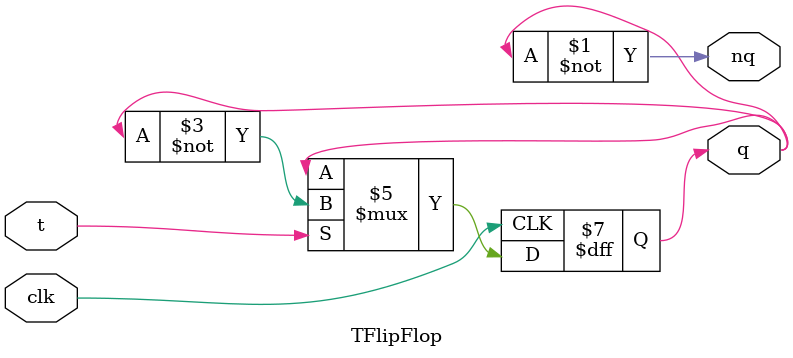
<source format=v>
`ifndef T_FLIP_FLOP
`define T_FLIP_FLOP

module TFlipFlop(
	input wire clk,
	input wire t,
	output reg q,
	output wire nq
);

	initial
		q = 1'b0;

	assign nq = ~q;

	always @(negedge clk)
		if (t) q <= ~q;

endmodule

`endif
</source>
